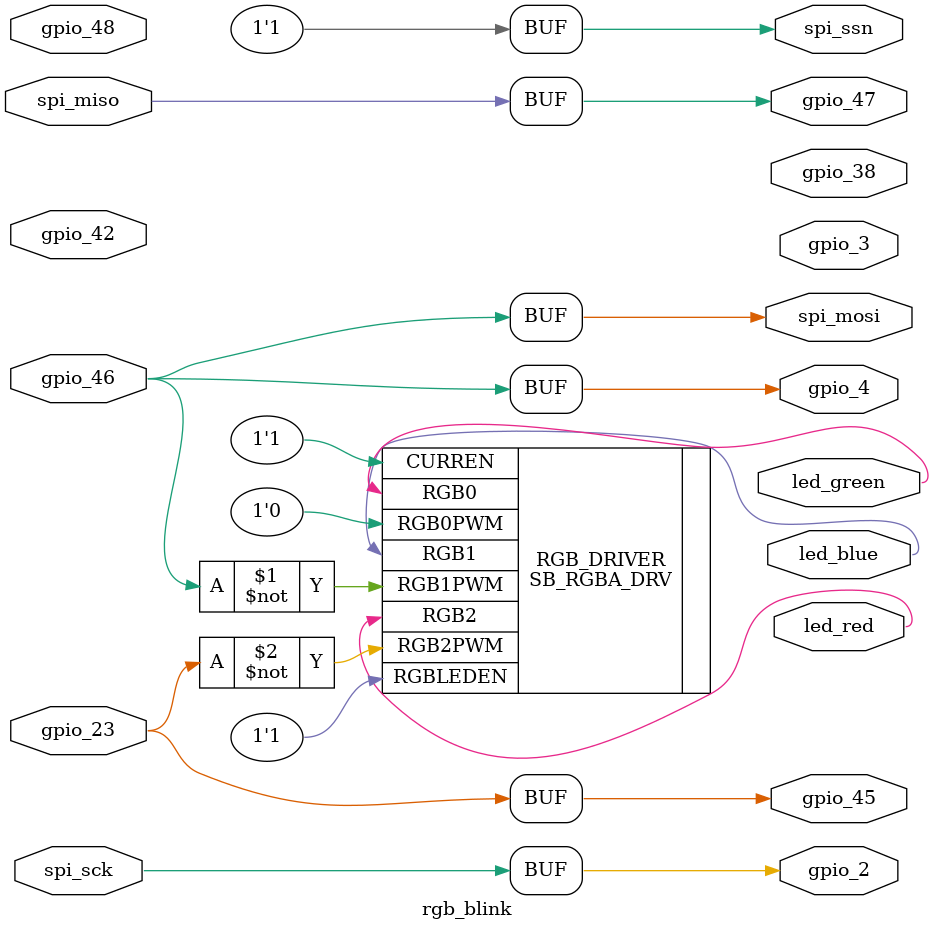
<source format=v>
module rgb_blink (
  // JTAG xlator:

  // TCK
  input wire spi_sck,
  output wire gpio_2,

  // TDI
  output wire gpio_47,
  input wire spi_miso,

  // TDO
  input wire gpio_46,
  output wire gpio_4,
  output wire spi_mosi,

  // TMS
  input wire gpio_23,
  output wire gpio_45,

  // UART
  input wire gpio_48, // Receive
  output wire gpio_3, // Transmit

  // UART selected when these pins are jumpered externally and overrides JTAG
  output wire gpio_38,
  input wire gpio_42,

  output wire spi_ssn,
  // outputs
  output wire led_red  , // Red
  output wire led_blue , // Blue
  output wire led_green  // Green
);

  assign spi_ssn = 1'b1;

// UART only:
//  assign gpio_3 = spi_sck;
//  assign spi_mosi = gpio_48;


// JTAG only:
  assign gpio_2   = spi_sck; // TCK

  assign gpio_45  = gpio_23; // TMS

  assign gpio_47  = spi_miso; // TDI

  assign spi_mosi = gpio_46; // TDO

  assign gpio_4   = gpio_46; // Debug


/*
  // JTAG selection logic: set an external jumper between GPIO_38 and GPIO_42 to disable JTAG
  assign gpio_38 = 1'b0;

  wire jtag_sel = 1'b1; //gpio_42;

  // TCK
  assign gpio_2 = jtag_sel ? spi_sck : 1'b1 ;

  // TDI
  assign gpio_47 = jtag_sel ? spi_mosi : 1'b1;

  // TMS
  assign gpio_45 = jtag_sel ? gpio_23 : 1'b1;

  assign spi_miso = gpio_46;

  // UART selected when JTAG isnt being used
  assign gpio_3   = jtag_sel ? 1'b1 : spi_sck;
  assign spi_mosi = jtag_sel ? 1'bz : gpio_48;
*/
  /*
  wire        int_osc            ;
  reg  [27:0] frequency_counter_i;

//----------------------------------------------------------------------------
//                                                                          --
//                       Internal Oscillator                                --
//                                                                          --
//----------------------------------------------------------------------------
  SB_HFOSC u_SB_HFOSC (.CLKHFPU(1'b1), .CLKHFEN(1'b1), .CLKHF(int_osc));


//----------------------------------------------------------------------------
//                                                                          --
//                       Counter                                            --
//                                                                          --
//----------------------------------------------------------------------------
  always @(posedge int_osc) begin
    frequency_counter_i <= frequency_counter_i + 1'b1;
  end
*/
//----------------------------------------------------------------------------
//                                                                          --
//                       Instantiate RGB primitive                          --
//                                                                          --
//----------------------------------------------------------------------------
  SB_RGBA_DRV RGB_DRIVER (
    .RGBLEDEN(1'b1                                            ),
    //.RGB0PWM (frequency_counter_i[25]&frequency_counter_i[24] ),
    //.RGB1PWM (frequency_counter_i[25]&~frequency_counter_i[24]),
    //.RGB2PWM (~frequency_counter_i[25]&frequency_counter_i[24]),
    .RGB0PWM (1'b0), //~spi_sck),
    .RGB1PWM (~spi_mosi),
    .RGB2PWM (~gpio_23),
    .CURREN  (1'b1                                            ),
    .RGB0    (led_green                                       ), //Actual Hardware connection
    .RGB1    (led_blue                                        ),
    .RGB2    (led_red                                         )
  );
  defparam RGB_DRIVER.RGB0_CURRENT = "0b000001";
  defparam RGB_DRIVER.RGB1_CURRENT = "0b000001";
  defparam RGB_DRIVER.RGB2_CURRENT = "0b000001";


endmodule

</source>
